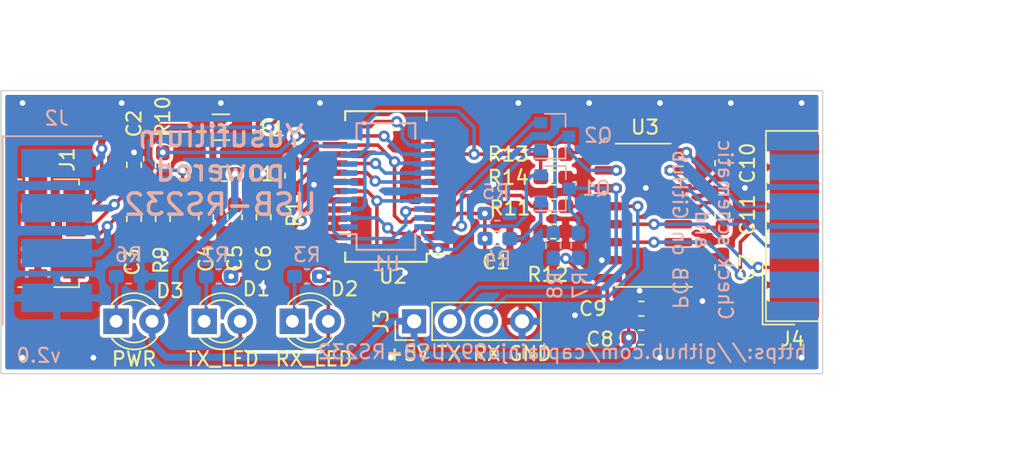
<source format=kicad_pcb>
(kicad_pcb (version 20171130) (host pcbnew 5.1.5+dfsg1-2build2)
  (layers (0 F.Cu signal) (31 B.Cu signal) (34 B.Paste user hide) (35 F.Paste user hide) (36 B.SilkS user) (37 F.SilkS user) (38 B.Mask user hide) (39 F.Mask user hide) (44 Edge.Cuts user))
  (net 0 "")
  (net 1 VBUS)
  (net 2 GND)
  (net 3 /VCCIO)
  (net 4 "Net-(C4-Pad1)")
  (net 5 "Net-(C11-Pad1)")
  (net 6 "Net-(D1-Pad1)")
  (net 7 "Net-(D2-Pad1)")
  (net 8 "Net-(D3-Pad1)")
  (net 9 "Net-(J1-Pad4)")
  (net 10 TX_5V)
  (net 11 RX_5V)
  (net 12 RX_RS232)
  (net 13 TX_RS232)
  (net 14 RTS#_RS232)
  (net 15 CTS#_RS232)
  (net 16 TX)
  (net 17 "Net-(Q1-Pad1)")
  (net 18 "Net-(Q2-Pad1)")
  (net 19 RTS#)
  (net 20 RTS#_5V)
  (net 21 /RESET)
  (net 22 TX_LED)
  (net 23 RX_LED)
  (net 24 USB_D+)
  (net 25 USB_D-)
  (net 26 RX)
  (net 27 CTS#)
  (net 28 CTS#_5V)
  (net 29 "Net-(U1-Pad1)")
  (net 30 "Net-(U1-Pad5)")
  (net 31 "Net-(U1-Pad7)")
  (net 32 "Net-(U1-Pad8)")
  (net 33 "Net-(U1-Pad18)")
  (net 34 "Net-(U1-Pad19)")
  (net 35 "Net-(U2-Pad2)")
  (net 36 "Net-(U2-Pad6)")
  (net 37 "Net-(U2-Pad9)")
  (net 38 "Net-(U2-Pad10)")
  (net 39 "Net-(U2-Pad12)")
  (net 40 "Net-(U2-Pad13)")
  (net 41 "Net-(U2-Pad14)")
  (net 42 "Net-(U2-Pad27)")
  (net 43 "Net-(U2-Pad28)")
  (net 44 /D-)
  (net 45 /D+)
  (net 46 "Net-(C7-Pad1)")
  (net 47 "Net-(C7-Pad2)")
  (net 48 "Net-(C9-Pad2)")
  (net 49 "Net-(C10-Pad1)")
  (net 50 "Net-(C11-Pad2)")
  (net 51 /VUSB)
  (net 52 "Net-(J4-Pad1)")
  (net 53 "Net-(J4-Pad4)")
  (net 54 "Net-(J4-Pad6)")
  (net 55 "Net-(J4-Pad9)")
  (module Package_SO:SOIC-16_3.9x9.9mm_P1.27mm (layer F.Cu) (at 165.814 104.934 180)
    (fp_text reference U3 (at -0.127 6.223) (layer F.SilkS))
    (fp_text value MAX202)
    (pad 1 smd roundrect (at -2.475 -4.445 180) (size 1.95 0.6) (layers F.Cu F.Paste F.Mask) (net 46 "Net-(C7-Pad1)"))
    (pad 2 smd roundrect (at -2.475 -3.175 180) (size 1.95 0.6) (layers F.Cu F.Paste F.Mask) (net 48 "Net-(C9-Pad2)"))
    (pad 3 smd roundrect (at -2.475 -1.905 180) (size 1.95 0.6) (layers F.Cu F.Paste F.Mask) (net 47 "Net-(C7-Pad2)"))
    (pad 4 smd roundrect (at -2.475 -0.635 180) (size 1.95 0.6) (layers F.Cu F.Paste F.Mask) (net 5 "Net-(C11-Pad1)"))
    (pad 5 smd roundrect (at -2.475 0.635 180) (size 1.95 0.6) (layers F.Cu F.Paste F.Mask) (net 50 "Net-(C11-Pad2)"))
    (pad 6 smd roundrect (at -2.475 1.905 180) (size 1.95 0.6) (layers F.Cu F.Paste F.Mask) (net 49 "Net-(C10-Pad1)"))
    (pad 7 smd roundrect (at -2.475 3.175 180) (size 1.95 0.6) (layers F.Cu F.Paste F.Mask) (net 14 RTS#_RS232))
    (pad 8 smd roundrect (at -2.475 4.445 180) (size 1.95 0.6) (layers F.Cu F.Paste F.Mask) (net 15 CTS#_RS232))
    (pad 9 smd roundrect (at 2.475 4.445 180) (size 1.95 0.6) (layers F.Cu F.Paste F.Mask) (net 28 CTS#_5V))
    (pad 10 smd roundrect (at 2.475 3.175 180) (size 1.95 0.6) (layers F.Cu F.Paste F.Mask) (net 20 RTS#_5V))
    (pad 11 smd roundrect (at 2.475 1.905 180) (size 1.95 0.6) (layers F.Cu F.Paste F.Mask) (net 10 TX_5V))
    (pad 12 smd roundrect (at 2.475 0.635 180) (size 1.95 0.6) (layers F.Cu F.Paste F.Mask) (net 11 RX_5V))
    (pad 13 smd roundrect (at 2.475 -0.635 180) (size 1.95 0.6) (layers F.Cu F.Paste F.Mask) (net 12 RX_RS232))
    (pad 14 smd roundrect (at 2.475 -1.905 180) (size 1.95 0.6) (layers F.Cu F.Paste F.Mask) (net 13 TX_RS232))
    (pad 15 smd roundrect (at 2.475 -3.175 180) (size 1.95 0.6) (layers F.Cu F.Paste F.Mask) (net 2 GND))
    (pad 16 smd roundrect (at 2.475 -4.445 180) (size 1.95 0.6) (layers F.Cu F.Paste F.Mask) (net 1 VBUS))
  )
  (module Capacitor_SMD:C_0603_1608Metric_Pad1.05x0.95mm_HandSolder (layer F.Cu) (at 171.402 101.251 90)
    (fp_text reference C10 (at 0 1.778 90) (layer F.SilkS))
    (fp_text value 100n)
    (pad 1 smd roundrect (at -0.875 0 90) (size 1.05 0.95) (layers F.Cu F.Paste F.Mask) (net 49 "Net-(C10-Pad1)"))
    (pad 2 smd roundrect (at 0.875 0 90) (size 1.05 0.95) (layers F.Cu F.Paste F.Mask) (net 2 GND))
  )
  (module Capacitor_SMD:C_0603_1608Metric_Pad1.05x0.95mm_HandSolder (layer F.Cu) (at 165.673 113.57 180)
    (fp_text reference C8 (at 2.907 -0.127) (layer F.SilkS))
    (fp_text value 1u)
    (pad 1 smd roundrect (at -0.875 0 180) (size 1.05 0.95) (layers F.Cu F.Paste F.Mask) (net 2 GND))
    (pad 2 smd roundrect (at 0.875 0 180) (size 1.05 0.95) (layers F.Cu F.Paste F.Mask) (net 1 VBUS))
  )
  (module Capacitor_SMD:C_0603_1608Metric_Pad1.05x0.95mm_HandSolder (layer F.Cu) (at 171.402 104.92 90)
    (fp_text reference C11 (at 0 1.778 90) (layer F.SilkS))
    (fp_text value 100n)
    (pad 2 smd roundrect (at 0.875 0 90) (size 1.05 0.95) (layers F.Cu F.Paste F.Mask) (net 50 "Net-(C11-Pad2)"))
    (pad 1 smd roundrect (at -0.875 0 90) (size 1.05 0.95) (layers F.Cu F.Paste F.Mask) (net 5 "Net-(C11-Pad1)"))
  )
  (module Capacitor_SMD:C_0603_1608Metric_Pad1.05x0.95mm_HandSolder (layer F.Cu) (at 165.687 111.538)
    (fp_text reference C9 (at -3.429 0) (layer F.SilkS))
    (fp_text value 100n)
    (pad 2 smd roundrect (at 0.875 0) (size 1.05 0.95) (layers F.Cu F.Paste F.Mask) (net 48 "Net-(C9-Pad2)"))
    (pad 1 smd roundrect (at -0.875 0) (size 1.05 0.95) (layers F.Cu F.Paste F.Mask) (net 1 VBUS))
  )
  (module Capacitor_SMD:C_0603_1608Metric_Pad1.05x0.95mm_HandSolder (layer F.Cu) (at 171.402 108.617 90)
    (fp_text reference C7 (at 0 1.778 90) (layer F.SilkS))
    (fp_text value 100n)
    (pad 1 smd roundrect (at -0.875 0 90) (size 1.05 0.95) (layers F.Cu F.Paste F.Mask) (net 46 "Net-(C7-Pad1)"))
    (pad 2 smd roundrect (at 0.875 0 90) (size 1.05 0.95) (layers F.Cu F.Paste F.Mask) (net 47 "Net-(C7-Pad2)"))
  )
  (module Connector_PinHeader_2.54mm:PinHeader_1x04_P2.54mm_Vertical (layer F.Cu) (at 149.643 112.427 90)
    (fp_text reference J3 (at 0 -2.33 90) (layer F.SilkS))
    (fp_text value Conn_01x04)
    (pad 1 thru_hole rect (at 0 0 90) (size 1.7 1.7) (drill 1) (layers *.Cu *.Mask) (net 1 VBUS))
    (pad 2 thru_hole oval (at 0 2.54 90) (size 1.7 1.7) (drill 1) (layers *.Cu *.Mask) (net 10 TX_5V))
    (pad 3 thru_hole oval (at 0 5.08 90) (size 1.7 1.7) (drill 1) (layers *.Cu *.Mask) (net 11 RX_5V))
    (pad 4 thru_hole oval (at 0 7.62 90) (size 1.7 1.7) (drill 1) (layers *.Cu *.Mask) (net 2 GND))
  )
  (module Connector_USB:USB_Micro-B_Molex_47346-0001 (layer F.Cu) (at 124.285 106.204 270)
    (fp_text reference J1 (at -5.207 -0.867 270) (layer F.SilkS))
    (fp_text value USB_B_Micro)
    (pad 1 smd rect (at -1.3 -1.46 270) (size 0.45 1.38) (layers F.Cu F.Paste F.Mask) (net 51 /VUSB))
    (pad 2 smd rect (at -0.65 -1.46 270) (size 0.45 1.38) (layers F.Cu F.Paste F.Mask) (net 44 /D-))
    (pad 3 smd rect (at 0 -1.46 270) (size 0.45 1.38) (layers F.Cu F.Paste F.Mask) (net 45 /D+))
    (pad 4 smd rect (at 0.65 -1.46 270) (size 0.45 1.38) (layers F.Cu F.Paste F.Mask) (net 9 "Net-(J1-Pad4)"))
    (pad 5 smd rect (at 1.3 -1.46 270) (size 0.45 1.38) (layers F.Cu F.Paste F.Mask) (net 2 GND))
    (pad 6 smd rect (at -2.4875 -1.375 270) (size 1.425 1.55) (layers F.Cu F.Paste F.Mask) (net 2 GND))
    (pad 6 smd rect (at 2.4875 -1.375 270) (size 1.425 1.55) (layers F.Cu F.Paste F.Mask) (net 2 GND))
    (pad 6 smd rect (at -3.375 1.2 270) (size 1.65 1.3) (layers F.Cu F.Paste F.Mask) (net 2 GND))
    (pad 6 smd rect (at 3.375 1.2 270) (size 1.65 1.3) (layers F.Cu F.Paste F.Mask) (net 2 GND))
    (pad 6 smd rect (at -1.15 1.2 270) (size 1.8 1.9) (layers F.Cu F.Paste F.Mask) (net 2 GND))
    (pad 6 smd rect (at 1.55 1.2 270) (size 1 1.9) (layers F.Cu F.Paste F.Mask) (net 2 GND))
  )
  (module Package_SO:SSOP-20_3.9x8.7mm_P0.635mm (layer B.Cu) (at 147.653 102.902)
    (fp_text reference U1 (at 0 5.461) (layer B.SilkS) (effects (justify mirror)))
    (fp_text value FT231XS)
    (pad 1 smd rect (at -2.6 2.8575) (size 1.2 0.4) (layers B.Cu B.Paste B.Mask) (net 29 "Net-(U1-Pad1)"))
    (pad 2 smd rect (at -2.6 2.2225) (size 1.2 0.4) (layers B.Cu B.Paste B.Mask) (net 19 RTS#))
    (pad 3 smd rect (at -2.6 1.5875) (size 1.2 0.4) (layers B.Cu B.Paste B.Mask) (net 3 /VCCIO))
    (pad 4 smd rect (at -2.6 0.9525) (size 1.2 0.4) (layers B.Cu B.Paste B.Mask) (net 26 RX))
    (pad 5 smd rect (at -2.6 0.3175) (size 1.2 0.4) (layers B.Cu B.Paste B.Mask) (net 30 "Net-(U1-Pad5)"))
    (pad 6 smd rect (at -2.6 -0.3175) (size 1.2 0.4) (layers B.Cu B.Paste B.Mask) (net 2 GND))
    (pad 7 smd rect (at -2.6 -0.9525) (size 1.2 0.4) (layers B.Cu B.Paste B.Mask) (net 31 "Net-(U1-Pad7)"))
    (pad 8 smd rect (at -2.6 -1.5875) (size 1.2 0.4) (layers B.Cu B.Paste B.Mask) (net 32 "Net-(U1-Pad8)"))
    (pad 9 smd rect (at -2.6 -2.2225) (size 1.2 0.4) (layers B.Cu B.Paste B.Mask) (net 27 CTS#))
    (pad 10 smd rect (at -2.6 -2.8575) (size 1.2 0.4) (layers B.Cu B.Paste B.Mask) (net 22 TX_LED))
    (pad 11 smd rect (at 2.6 -2.8575) (size 1.2 0.4) (layers B.Cu B.Paste B.Mask) (net 24 USB_D+))
    (pad 12 smd rect (at 2.6 -2.2225) (size 1.2 0.4) (layers B.Cu B.Paste B.Mask) (net 25 USB_D-))
    (pad 13 smd rect (at 2.6 -1.5875) (size 1.2 0.4) (layers B.Cu B.Paste B.Mask) (net 3 /VCCIO))
    (pad 14 smd rect (at 2.6 -0.9525) (size 1.2 0.4) (layers B.Cu B.Paste B.Mask) (net 21 /RESET))
    (pad 15 smd rect (at 2.6 -0.3175) (size 1.2 0.4) (layers B.Cu B.Paste B.Mask) (net 1 VBUS))
    (pad 16 smd rect (at 2.6 0.3175) (size 1.2 0.4) (layers B.Cu B.Paste B.Mask) (net 2 GND))
    (pad 17 smd rect (at 2.6 0.9525) (size 1.2 0.4) (layers B.Cu B.Paste B.Mask) (net 23 RX_LED))
    (pad 18 smd rect (at 2.6 1.5875) (size 1.2 0.4) (layers B.Cu B.Paste B.Mask) (net 33 "Net-(U1-Pad18)"))
    (pad 19 smd rect (at 2.6 2.2225) (size 1.2 0.4) (layers B.Cu B.Paste B.Mask) (net 34 "Net-(U1-Pad19)"))
    (pad 20 smd rect (at 2.6 2.8575) (size 1.2 0.4) (layers B.Cu B.Paste B.Mask) (net 16 TX))
  )
  (module Capacitor_SMD:C_0603_1608Metric_Pad1.05x0.95mm_HandSolder (layer F.Cu) (at 155.527 106.585)
    (fp_text reference C1 (at -0.113 1.651) (layer F.SilkS))
    (fp_text value 100n)
    (pad 2 smd roundrect (at 0.875 0) (size 1.05 0.95) (layers F.Cu F.Paste F.Mask) (net 2 GND))
    (pad 1 smd roundrect (at -0.875 0) (size 1.05 0.95) (layers F.Cu F.Paste F.Mask) (net 3 /VCCIO))
  )
  (module Capacitor_SMD:C_0603_1608Metric_Pad1.05x0.95mm_HandSolder (layer F.Cu) (at 129.873 101.378 90)
    (fp_text reference C2 (at 2.921 0 90) (layer F.SilkS))
    (fp_text value 47p)
    (pad 2 smd roundrect (at 0.875 0 90) (size 1.05 0.95) (layers F.Cu F.Paste F.Mask) (net 2 GND))
    (pad 1 smd roundrect (at -0.875 0 90) (size 1.05 0.95) (layers F.Cu F.Paste F.Mask) (net 44 /D-))
  )
  (module Capacitor_SMD:C_0603_1608Metric_Pad1.05x0.95mm_HandSolder (layer F.Cu) (at 129.873 105.188 270)
    (fp_text reference C3 (at 3.048 0.127 270) (layer F.SilkS))
    (fp_text value 47p)
    (pad 1 smd roundrect (at -0.875 0 270) (size 1.05 0.95) (layers F.Cu F.Paste F.Mask) (net 45 /D+))
    (pad 2 smd roundrect (at 0.875 0 270) (size 1.05 0.95) (layers F.Cu F.Paste F.Mask) (net 2 GND))
  )
  (module Capacitor_SMD:C_0603_1608Metric_Pad1.05x0.95mm_HandSolder (layer F.Cu) (at 134.953 105.075 270)
    (fp_text reference C4 (at 2.907 0 90) (layer F.SilkS))
    (fp_text value 100n)
    (pad 2 smd roundrect (at 0.875 0 270) (size 1.05 0.95) (layers F.Cu F.Paste F.Mask) (net 2 GND))
    (pad 1 smd roundrect (at -0.875 0 270) (size 1.05 0.95) (layers F.Cu F.Paste F.Mask) (net 4 "Net-(C4-Pad1)"))
  )
  (module Capacitor_SMD:C_0603_1608Metric_Pad1.05x0.95mm_HandSolder (layer F.Cu) (at 136.985 105.075 270)
    (fp_text reference C5 (at 2.907 0 90) (layer F.SilkS))
    (fp_text value 100n)
    (pad 1 smd roundrect (at -0.875 0 270) (size 1.05 0.95) (layers F.Cu F.Paste F.Mask) (net 1 VBUS))
    (pad 2 smd roundrect (at 0.875 0 270) (size 1.05 0.95) (layers F.Cu F.Paste F.Mask) (net 2 GND))
  )
  (module Capacitor_SMD:C_0603_1608Metric_Pad1.05x0.95mm_HandSolder (layer F.Cu) (at 139.017 105.075 270)
    (fp_text reference C6 (at 2.907 0 90) (layer F.SilkS))
    (fp_text value 1u)
    (pad 2 smd roundrect (at 0.875 0 270) (size 1.05 0.95) (layers F.Cu F.Paste F.Mask) (net 2 GND))
    (pad 1 smd roundrect (at -0.875 0 270) (size 1.05 0.95) (layers F.Cu F.Paste F.Mask) (net 1 VBUS))
  )
  (module LED_THT:LED_D3.0mm (layer F.Cu) (at 134.826 112.427)
    (fp_text reference D1 (at 3.683 -2.286) (layer F.SilkS))
    (fp_text value LED)
    (pad 1 thru_hole rect (at 0 0) (size 1.8 1.8) (drill 0.9) (layers *.Cu *.Mask) (net 6 "Net-(D1-Pad1)"))
    (pad 2 thru_hole circle (at 2.54 0) (size 1.8 1.8) (drill 0.9) (layers *.Cu *.Mask) (net 3 /VCCIO))
  )
  (module LED_THT:LED_D3.0mm (layer F.Cu) (at 141.049 112.427)
    (fp_text reference D2 (at 3.683 -2.286) (layer F.SilkS))
    (fp_text value LED)
    (pad 2 thru_hole circle (at 2.54 0) (size 1.8 1.8) (drill 0.9) (layers *.Cu *.Mask) (net 3 /VCCIO))
    (pad 1 thru_hole rect (at 0 0) (size 1.8 1.8) (drill 0.9) (layers *.Cu *.Mask) (net 7 "Net-(D2-Pad1)"))
  )
  (module LED_THT:LED_D3.0mm (layer F.Cu) (at 128.603 112.427)
    (fp_text reference D3 (at 3.81 -2.159) (layer F.SilkS))
    (fp_text value LED)
    (pad 1 thru_hole rect (at 0 0) (size 1.8 1.8) (drill 0.9) (layers *.Cu *.Mask) (net 8 "Net-(D3-Pad1)"))
    (pad 2 thru_hole circle (at 2.54 0) (size 1.8 1.8) (drill 0.9) (layers *.Cu *.Mask) (net 1 VBUS))
  )
  (module Fuse:Fuse_1206_3216Metric_Pad1.42x1.75mm_HandSolder (layer F.Cu) (at 136.0055 98.711 180)
    (fp_text reference F1 (at -3.6465 -0.127) (layer F.SilkS))
    (fp_text value 1A)
    (pad 1 smd roundrect (at -1.4875 0 180) (size 1.425 1.75) (layers F.Cu F.Paste F.Mask) (roundrect_rratio 0.175439) (net 4 "Net-(C4-Pad1)"))
    (pad 2 smd roundrect (at 1.4875 0 180) (size 1.425 1.75) (layers F.Cu F.Paste F.Mask) (roundrect_rratio 0.175439) (net 51 /VUSB))
  )
  (module Connector_Dsub:DSUB-9_Male_EdgeMount_P2.77mm (layer F.Cu) (at 176.484 105.696 90)
    (fp_text reference J4 (at -8.001 -0.129 180) (layer F.SilkS))
    (fp_text value DB9_Male)
    (pad 1 smd rect (at -5.54 0 90) (size 1.846667 3.48) (layers F.Cu F.Paste F.Mask) (net 52 "Net-(J4-Pad1)"))
    (pad 2 smd rect (at -2.77 0 90) (size 1.846667 3.48) (layers F.Cu F.Paste F.Mask) (net 12 RX_RS232))
    (pad 3 smd rect (at 0 0 90) (size 1.846667 3.48) (layers F.Cu F.Paste F.Mask) (net 13 TX_RS232))
    (pad 4 smd rect (at 2.77 0 90) (size 1.846667 3.48) (layers F.Cu F.Paste F.Mask) (net 53 "Net-(J4-Pad4)"))
    (pad 5 smd rect (at 5.54 0 90) (size 1.846667 3.48) (layers F.Cu F.Paste F.Mask) (net 2 GND))
    (pad 6 smd rect (at -4.155 0 90) (size 1.846667 3.48) (layers B.Cu B.Paste B.Mask) (net 54 "Net-(J4-Pad6)"))
    (pad 7 smd rect (at -1.385 0 90) (size 1.846667 3.48) (layers B.Cu B.Paste B.Mask) (net 14 RTS#_RS232))
    (pad 8 smd rect (at 1.385 0 90) (size 1.846667 3.48) (layers B.Cu B.Paste B.Mask) (net 15 CTS#_RS232))
    (pad 9 smd rect (at 4.155 0 90) (size 1.846667 3.48) (layers B.Cu B.Paste B.Mask) (net 55 "Net-(J4-Pad9)"))
  )
  (module Package_TO_SOT_SMD:SOT-23 (layer B.Cu) (at 159.591 103.029)
    (fp_text reference Q1 (at 2.921 0) (layer B.SilkS) (effects (justify mirror)))
    (fp_text value BC849)
    (pad 3 smd rect (at 1 0) (size 0.9 0.8) (layers B.Cu B.Paste B.Mask) (net 10 TX_5V))
    (pad 2 smd rect (at -1 -0.95) (size 0.9 0.8) (layers B.Cu B.Paste B.Mask) (net 16 TX))
    (pad 1 smd rect (at -1 0.95) (size 0.9 0.8) (layers B.Cu B.Paste B.Mask) (net 17 "Net-(Q1-Pad1)"))
  )
  (module Package_TO_SOT_SMD:SOT-23 (layer B.Cu) (at 159.575 99.346)
    (fp_text reference Q2 (at 3.064 -0.061) (layer B.SilkS) (effects (justify mirror)))
    (fp_text value BC849)
    (pad 1 smd rect (at -1 0.95) (size 0.9 0.8) (layers B.Cu B.Paste B.Mask) (net 18 "Net-(Q2-Pad1)"))
    (pad 2 smd rect (at -1 -0.95) (size 0.9 0.8) (layers B.Cu B.Paste B.Mask) (net 19 RTS#))
    (pad 3 smd rect (at 1 0) (size 0.9 0.8) (layers B.Cu B.Paste B.Mask) (net 20 RTS#_5V))
  )
  (module Resistor_SMD:R_0603_1608Metric_Pad1.05x0.95mm_HandSolder (layer F.Cu) (at 141.049 102.14 270)
    (fp_text reference R1 (at 2.667 -0.127 90) (layer F.SilkS))
    (fp_text value 10k)
    (pad 2 smd roundrect (at 0.875 0 270) (size 1.05 0.95) (layers F.Cu F.Paste F.Mask) (net 1 VBUS))
    (pad 1 smd roundrect (at -0.875 0 270) (size 1.05 0.95) (layers F.Cu F.Paste F.Mask) (net 21 /RESET))
  )
  (module Resistor_SMD:R_0603_1608Metric_Pad1.05x0.95mm_HandSolder (layer B.Cu) (at 135.842 109.252)
    (fp_text reference R2 (at -0.254 -1.524) (layer B.SilkS) (effects (justify mirror)))
    (fp_text value 1k5)
    (pad 1 smd roundrect (at -0.875 0) (size 1.05 0.95) (layers B.Cu B.Paste B.Mask) (net 6 "Net-(D1-Pad1)"))
    (pad 2 smd roundrect (at 0.875 0) (size 1.05 0.95) (layers B.Cu B.Paste B.Mask) (net 22 TX_LED))
  )
  (module Resistor_SMD:R_0603_1608Metric_Pad1.05x0.95mm_HandSolder (layer B.Cu) (at 142.079 109.252)
    (fp_text reference R3 (at 0 -1.524) (layer B.SilkS) (effects (justify mirror)))
    (fp_text value 3k)
    (pad 2 smd roundrect (at 0.875 0) (size 1.05 0.95) (layers B.Cu B.Paste B.Mask) (net 23 RX_LED))
    (pad 1 smd roundrect (at -0.875 0) (size 1.05 0.95) (layers B.Cu B.Paste B.Mask) (net 7 "Net-(D2-Pad1)"))
  )
  (module Resistor_SMD:R_0603_1608Metric_Pad1.05x0.95mm_HandSolder (layer B.Cu) (at 155.527 106.585)
    (fp_text reference R4 (at 0 1.43 180) (layer B.SilkS) (effects (justify mirror)))
    (fp_text value 10k)
    (pad 2 smd roundrect (at 0.875 0) (size 1.05 0.95) (layers B.Cu B.Paste B.Mask) (net 17 "Net-(Q1-Pad1)"))
    (pad 1 smd roundrect (at -0.875 0) (size 1.05 0.95) (layers B.Cu B.Paste B.Mask) (net 3 /VCCIO))
  )
  (module Resistor_SMD:R_0603_1608Metric_Pad1.05x0.95mm_HandSolder (layer B.Cu) (at 155.513 104.807)
    (fp_text reference R5 (at -0.113 -1.524) (layer B.SilkS) (effects (justify mirror)))
    (fp_text value 10k)
    (pad 1 smd roundrect (at -0.875 0) (size 1.05 0.95) (layers B.Cu B.Paste B.Mask) (net 3 /VCCIO))
    (pad 2 smd roundrect (at 0.875 0) (size 1.05 0.95) (layers B.Cu B.Paste B.Mask) (net 18 "Net-(Q2-Pad1)"))
  )
  (module Resistor_SMD:R_0603_1608Metric_Pad1.05x0.95mm_HandSolder (layer B.Cu) (at 129.492 109.252)
    (fp_text reference R6 (at 0 -1.524) (layer B.SilkS) (effects (justify mirror)))
    (fp_text value 220R)
    (pad 2 smd roundrect (at 0.875 0) (size 1.05 0.95) (layers B.Cu B.Paste B.Mask) (net 2 GND))
    (pad 1 smd roundrect (at -0.875 0) (size 1.05 0.95) (layers B.Cu B.Paste B.Mask) (net 8 "Net-(D3-Pad1)"))
  )
  (module Resistor_SMD:R_0603_1608Metric_Pad1.05x0.95mm_HandSolder (layer B.Cu) (at 161.242 107.079 90)
    (fp_text reference R7 (at -2.794 0.127 270) (layer B.SilkS) (effects (justify mirror)))
    (fp_text value 10k)
    (pad 2 smd roundrect (at 0.875 0 90) (size 1.05 0.95) (layers B.Cu B.Paste B.Mask) (net 10 TX_5V))
    (pad 1 smd roundrect (at -0.875 0 90) (size 1.05 0.95) (layers B.Cu B.Paste B.Mask) (net 1 VBUS))
  )
  (module Resistor_SMD:R_0603_1608Metric_Pad1.05x0.95mm_HandSolder (layer B.Cu) (at 159.464 107.093 90)
    (fp_text reference R8 (at -2.794 0.127 90) (layer B.SilkS) (effects (justify mirror)))
    (fp_text value 10k)
    (pad 1 smd roundrect (at -0.875 0 90) (size 1.05 0.95) (layers B.Cu B.Paste B.Mask) (net 1 VBUS))
    (pad 2 smd roundrect (at 0.875 0 90) (size 1.05 0.95) (layers B.Cu B.Paste B.Mask) (net 20 RTS#_5V))
  )
  (module Resistor_SMD:R_0603_1608Metric_Pad1.05x0.95mm_HandSolder (layer F.Cu) (at 131.905 105.188 90)
    (fp_text reference R9 (at -2.921 -0.127 90) (layer F.SilkS))
    (fp_text value 27R)
    (pad 2 smd roundrect (at 0.875 0 90) (size 1.05 0.95) (layers F.Cu F.Paste F.Mask) (net 45 /D+))
    (pad 1 smd roundrect (at -0.875 0 90) (size 1.05 0.95) (layers F.Cu F.Paste F.Mask) (net 24 USB_D+))
  )
  (module Resistor_SMD:R_0603_1608Metric_Pad1.05x0.95mm_HandSolder (layer F.Cu) (at 131.905 101.392 270)
    (fp_text reference R10 (at -3.429 0 270) (layer F.SilkS))
    (fp_text value 27R)
    (pad 1 smd roundrect (at -0.875 0 270) (size 1.05 0.95) (layers F.Cu F.Paste F.Mask) (net 25 USB_D-))
    (pad 2 smd roundrect (at 0.875 0 270) (size 1.05 0.95) (layers F.Cu F.Paste F.Mask) (net 44 /D-))
  )
  (module Resistor_SMD:R_0603_1608Metric_Pad1.05x0.95mm_HandSolder (layer F.Cu) (at 159.464 104.299 180)
    (fp_text reference R11 (at 3.048 -0.127) (layer F.SilkS))
    (fp_text value 1k)
    (pad 1 smd roundrect (at -0.875 0 180) (size 1.05 0.95) (layers F.Cu F.Paste F.Mask) (net 11 RX_5V))
    (pad 2 smd roundrect (at 0.875 0 180) (size 1.05 0.95) (layers F.Cu F.Paste F.Mask) (net 26 RX))
  )
  (module Resistor_SMD:R_0603_1608Metric_Pad1.05x0.95mm_HandSolder (layer F.Cu) (at 159.464 106.077)
    (fp_text reference R12 (at -0.381 3.048) (layer F.SilkS))
    (fp_text value 2k)
    (pad 1 smd roundrect (at -0.875 0) (size 1.05 0.95) (layers F.Cu F.Paste F.Mask) (net 26 RX))
    (pad 2 smd roundrect (at 0.875 0) (size 1.05 0.95) (layers F.Cu F.Paste F.Mask) (net 2 GND))
  )
  (module Resistor_SMD:R_0603_1608Metric_Pad1.05x0.95mm_HandSolder (layer F.Cu) (at 159.464 100.616 180)
    (fp_text reference R13 (at 3.175 0) (layer F.SilkS))
    (fp_text value 1k)
    (pad 2 smd roundrect (at 0.875 0 180) (size 1.05 0.95) (layers F.Cu F.Paste F.Mask) (net 27 CTS#))
    (pad 1 smd roundrect (at -0.875 0 180) (size 1.05 0.95) (layers F.Cu F.Paste F.Mask) (net 28 CTS#_5V))
  )
  (module Resistor_SMD:R_0603_1608Metric_Pad1.05x0.95mm_HandSolder (layer F.Cu) (at 159.464 102.267)
    (fp_text reference R14 (at -3.175 0) (layer F.SilkS))
    (fp_text value 2k)
    (pad 1 smd roundrect (at -0.875 0) (size 1.05 0.95) (layers F.Cu F.Paste F.Mask) (net 27 CTS#))
    (pad 2 smd roundrect (at 0.875 0) (size 1.05 0.95) (layers F.Cu F.Paste F.Mask) (net 2 GND))
  )
  (module Package_SO:SSOP-28_5.3x10.2mm_P0.65mm (layer F.Cu) (at 147.653 102.902 180)
    (fp_text reference U2 (at -0.508 -6.35) (layer F.SilkS))
    (fp_text value FT232RL)
    (pad 1 smd rect (at -3.6 -4.225 180) (size 1.75 0.45) (layers F.Cu F.Paste F.Mask) (net 16 TX))
    (pad 2 smd rect (at -3.6 -3.575 180) (size 1.75 0.45) (layers F.Cu F.Paste F.Mask) (net 35 "Net-(U2-Pad2)"))
    (pad 3 smd rect (at -3.6 -2.925 180) (size 1.75 0.45) (layers F.Cu F.Paste F.Mask) (net 19 RTS#))
    (pad 4 smd rect (at -3.6 -2.275 180) (size 1.75 0.45) (layers F.Cu F.Paste F.Mask) (net 3 /VCCIO))
    (pad 5 smd rect (at -3.6 -1.625 180) (size 1.75 0.45) (layers F.Cu F.Paste F.Mask) (net 26 RX))
    (pad 6 smd rect (at -3.6 -0.975 180) (size 1.75 0.45) (layers F.Cu F.Paste F.Mask) (net 36 "Net-(U2-Pad6)"))
    (pad 7 smd rect (at -3.6 -0.325 180) (size 1.75 0.45) (layers F.Cu F.Paste F.Mask) (net 2 GND))
    (pad 8 smd rect (at -3.6 0.325 180) (size 1.75 0.45) (layers F.Cu F.Paste F.Mask))
    (pad 9 smd rect (at -3.6 0.975 180) (size 1.75 0.45) (layers F.Cu F.Paste F.Mask) (net 37 "Net-(U2-Pad9)"))
    (pad 10 smd rect (at -3.6 1.625 180) (size 1.75 0.45) (layers F.Cu F.Paste F.Mask) (net 38 "Net-(U2-Pad10)"))
    (pad 11 smd rect (at -3.6 2.275 180) (size 1.75 0.45) (layers F.Cu F.Paste F.Mask) (net 27 CTS#))
    (pad 12 smd rect (at -3.6 2.925 180) (size 1.75 0.45) (layers F.Cu F.Paste F.Mask) (net 39 "Net-(U2-Pad12)"))
    (pad 13 smd rect (at -3.6 3.575 180) (size 1.75 0.45) (layers F.Cu F.Paste F.Mask) (net 40 "Net-(U2-Pad13)"))
    (pad 14 smd rect (at -3.6 4.225 180) (size 1.75 0.45) (layers F.Cu F.Paste F.Mask) (net 41 "Net-(U2-Pad14)"))
    (pad 15 smd rect (at 3.6 4.225 180) (size 1.75 0.45) (layers F.Cu F.Paste F.Mask) (net 24 USB_D+))
    (pad 16 smd rect (at 3.6 3.575 180) (size 1.75 0.45) (layers F.Cu F.Paste F.Mask) (net 25 USB_D-))
    (pad 17 smd rect (at 3.6 2.925 180) (size 1.75 0.45) (layers F.Cu F.Paste F.Mask) (net 3 /VCCIO))
    (pad 18 smd rect (at 3.6 2.275 180) (size 1.75 0.45) (layers F.Cu F.Paste F.Mask) (net 2 GND))
    (pad 19 smd rect (at 3.6 1.625 180) (size 1.75 0.45) (layers F.Cu F.Paste F.Mask) (net 21 /RESET))
    (pad 20 smd rect (at 3.6 0.975 180) (size 1.75 0.45) (layers F.Cu F.Paste F.Mask) (net 1 VBUS))
    (pad 21 smd rect (at 3.6 0.325 180) (size 1.75 0.45) (layers F.Cu F.Paste F.Mask) (net 2 GND))
    (pad 22 smd rect (at 3.6 -0.325 180) (size 1.75 0.45) (layers F.Cu F.Paste F.Mask) (net 23 RX_LED))
    (pad 23 smd rect (at 3.6 -0.975 180) (size 1.75 0.45) (layers F.Cu F.Paste F.Mask) (net 22 TX_LED))
    (pad 24 smd rect (at 3.6 -1.625 180) (size 1.75 0.45) (layers F.Cu F.Paste F.Mask))
    (pad 25 smd rect (at 3.6 -2.275 180) (size 1.75 0.45) (layers F.Cu F.Paste F.Mask) (net 2 GND))
    (pad 26 smd rect (at 3.6 -2.925 180) (size 1.75 0.45) (layers F.Cu F.Paste F.Mask) (net 2 GND))
    (pad 27 smd rect (at 3.6 -3.575 180) (size 1.75 0.45) (layers F.Cu F.Paste F.Mask) (net 42 "Net-(U2-Pad27)"))
    (pad 28 smd rect (at 3.6 -4.225 180) (size 1.75 0.45) (layers F.Cu F.Paste F.Mask) (net 43 "Net-(U2-Pad28)"))
  )
  (module Yusuf-footprints:WireHeader_1x4 (layer B.Cu) (at 124.412 106.331 180)
    (fp_text reference J2 (at 0 8.255) (layer B.SilkS) (effects (justify mirror)))
    (fp_text value Conn_01x04)
    (pad 2 smd rect (at 0 1.905 180) (size 5 2) (layers B.Cu B.Paste B.Mask) (net 44 /D-))
    (pad 1 smd rect (at 0 5.08 180) (size 5 2) (layers B.Cu B.Paste B.Mask) (net 51 /VUSB))
    (pad 3 smd rect (at 0 -1.27 180) (size 5 2) (layers B.Cu B.Paste B.Mask) (net 45 /D+))
    (pad 4 smd rect (at 0 -4.445 180) (size 5 2) (layers B.Cu B.Paste B.Mask) (net 2 GND))
  )
  (module Inductor_SMD:L_0603_1608Metric (layer F.Cu) (at 136.223 102.013)
    (fp_text reference L1 (at 2.667 0) (layer F.SilkS))
    (fp_text value 220R)
    (pad 1 smd roundrect (at -0.7875 0) (size 0.875 0.95) (layers F.Cu F.Paste F.Mask) (net 4 "Net-(C4-Pad1)"))
    (pad 2 smd roundrect (at 0.7875 0) (size 0.875 0.95) (layers F.Cu F.Paste F.Mask) (net 1 VBUS))
  )
  (gr_text v2.0 (at 123.142 114.84) (layer B.SilkS) (effects (font (size 1 1)) (justify mirror)))
  (gr_text https://github.com/captainjo99/USB-RS232 (at 160.099 114.586) (layer B.SilkS) (effects (font (size 1 1)) (justify mirror)))
  (gr_text "Check schematic\nand\nPCB on GitHub" (at 170.005 105.95 270) (layer B.SilkS) (effects (font (size 1 1)) (justify mirror)))
  (gr_text "Yusufitium\npowered\nUSB-RS232" (at 135.969 101.759) (layer B.SilkS) (effects (font (size 1.5 1.5) (thickness 0.25)) (justify mirror)))
  (gr_text RX_LED (at 142.573 115.094) (layer F.SilkS) (effects (font (size 1 1))))
  (gr_text TX_LED (at 136.096 115.094) (layer F.SilkS) (effects (font (size 1 1))))
  (gr_text PWR (at 129.873 115.094) (layer F.SilkS) (effects (font (size 1 1))))
  (gr_text +5V (at 149.177 114.713) (layer F.SilkS) (effects (font (size 1 1))))
  (gr_text GND (at 157.813 114.713) (layer F.SilkS) (effects (font (size 1 1))))
  (gr_text RX (at 154.765 114.713) (layer F.SilkS) (effects (font (size 1 1))))
  (gr_text TX (at 152.098 114.713) (layer F.SilkS) (effects (font (size 1 1))))
  (gr_line (start 178.484 96.126) (end 178.484 116.126) (layer Edge.Cuts) (width 0.1))
  (gr_line (start 120.484 96.126) (end 178.484 96.126) (layer Edge.Cuts) (width 0.1))
  (gr_line (start 120.484 116.126) (end 120.484 96.126) (layer Edge.Cuts) (width 0.1))
  (gr_line (start 178.484 116.126) (end 120.484 116.126) (layer Edge.Cuts) (width 0.1))
  (via (at 160.353 107.982) (size 0.8) (drill 0.4) (layers F.Cu B.Cu) (net 1))
  (segment (start 136.985 102.013) (end 136.985 102.013) (width 0.5) (layer F.Cu) (net 1))
  (segment (start 136.985 102.713) (end 136.985 104.172) (width 0.5) (layer F.Cu) (net 1))
  (segment (start 136.985 104.2) (end 139.116 104.2) (width 0.5) (layer F.Cu) (net 1))
  (segment (start 139.116 104.2) (end 139.144 104.172) (width 0.5) (layer F.Cu) (net 1))
  (segment (start 136.985 102.013) (end 136.985 102.013) (width 0.5) (layer F.Cu) (net 1))
  (segment (start 141.049 103.794) (end 140.671 104.172) (width 0.25) (layer F.Cu) (net 1))
  (segment (start 141.049 103.269) (end 141.049 103.794) (width 0.25) (layer F.Cu) (net 1))
  (segment (start 140.671 104.172) (end 139.017 104.172) (width 0.25) (layer F.Cu) (net 1))
  (segment (start 144.053 101.927) (end 146.297 101.927) (width 0.25) (layer F.Cu) (net 1))
  (segment (start 146.297 101.927) (end 146.764 102.394) (width 0.25) (layer F.Cu) (net 1))
  (segment (start 146.764 102.394) (end 146.764 102.394) (width 0.25) (layer F.Cu) (net 1))
  (via (at 146.891 102.521) (size 0.8) (drill 0.4) (layers F.Cu B.Cu) (net 1))
  (segment (start 150.253 102.5845) (end 146.9545 102.5845) (width 0.25) (layer B.Cu) (net 1))
  (segment (start 146.764 102.394) (end 146.891 102.521) (width 0.25) (layer F.Cu) (net 1))
  (segment (start 136.985 102.013) (end 136.985 102.713) (width 0.5) (layer F.Cu) (net 1))
  (via (at 136.985 102.013) (size 0.8) (drill 0.4) (layers F.Cu B.Cu) (net 1))
  (segment (start 136.985 102.013) (end 136.985 104.553) (width 0.5) (layer B.Cu) (net 1))
  (segment (start 144.053 101.927) (end 142.151 101.927) (width 0.25) (layer F.Cu) (net 1))
  (segment (start 142.151 101.927) (end 141.049 103.029) (width 0.25) (layer F.Cu) (net 1))
  (segment (start 131.143 112.427) (end 132.794 110.776) (width 0.5) (layer B.Cu) (net 1))
  (segment (start 132.794 108.744) (end 136.985 104.553) (width 0.5) (layer B.Cu) (net 1))
  (segment (start 132.794 110.776) (end 132.794 108.744) (width 0.5) (layer B.Cu) (net 1))
  (segment (start 131.143 112.427) (end 131.143 113.951) (width 0.5) (layer B.Cu) (net 1))
  (segment (start 131.143 113.951) (end 132.159 114.967) (width 0.5) (layer B.Cu) (net 1))
  (segment (start 164.798 111.538) (end 164.798 111.538) (width 0.25) (layer F.Cu) (net 1))
  (segment (start 164.798 113.57) (end 164.798 113.57) (width 0.5) (layer B.Cu) (net 1))
  (via (at 164.798 113.57) (size 0.8) (drill 0.4) (layers F.Cu B.Cu) (net 1))
  (segment (start 164.798 113.57) (end 164.798 111.538) (width 0.25) (layer F.Cu) (net 1))
  (segment (start 164.798 111.538) (end 163.909 111.538) (width 0.25) (layer F.Cu) (net 1))
  (segment (start 163.909 111.538) (end 163.274 110.903) (width 0.25) (layer F.Cu) (net 1))
  (segment (start 163.274 110.903) (end 163.274 109.379) (width 0.25) (layer F.Cu) (net 1))
  (segment (start 163.339 109.379) (end 162.364 109.379) (width 0.25) (layer F.Cu) (net 1))
  (segment (start 161.482 107.968) (end 161.496 107.982) (width 0.25) (layer B.Cu) (net 1))
  (segment (start 159.464 107.968) (end 161.482 107.968) (width 0.25) (layer B.Cu) (net 1))
  (segment (start 161.75 109.379) (end 160.353 107.982) (width 0.25) (layer F.Cu) (net 1))
  (segment (start 163.339 109.379) (end 161.75 109.379) (width 0.25) (layer F.Cu) (net 1))
  (segment (start 132.159 114.967) (end 144.605 114.967) (width 0.5) (layer B.Cu) (net 1))
  (segment (start 144.605 114.967) (end 145.494 114.967) (width 0.5) (layer B.Cu) (net 1))
  (segment (start 145.494 114.967) (end 148.034 112.427) (width 0.5) (layer B.Cu) (net 1))
  (segment (start 148.034 112.427) (end 149.558 112.427) (width 0.5) (layer B.Cu) (net 1))
  (segment (start 149.643 113.777) (end 150.706 114.84) (width 0.5) (layer B.Cu) (net 1))
  (segment (start 149.643 112.427) (end 149.643 113.777) (width 0.5) (layer B.Cu) (net 1))
  (segment (start 164.798 114.045) (end 164.798 113.57) (width 0.5) (layer B.Cu) (net 1))
  (segment (start 164.003 114.84) (end 164.798 114.045) (width 0.5) (layer B.Cu) (net 1))
  (segment (start 150.706 114.84) (end 164.003 114.84) (width 0.5) (layer B.Cu) (net 1))
  (via (at 162.893 108.109) (size 0.8) (drill 0.4) (layers F.Cu B.Cu) (net 2))
  (via (at 129.873 100.489) (size 0.8) (drill 0.4) (layers F.Cu B.Cu) (net 2))
  (via (at 142.573 102.775) (size 0.8) (drill 0.4) (layers F.Cu B.Cu) (net 2))
  (via (at 165.56 110.268) (size 0.8) (drill 0.4) (layers F.Cu B.Cu) (net 2))
  (via (at 122 115) (size 0.8) (drill 0.4) (layers F.Cu B.Cu) (net 2))
  (via (at 127 115) (size 0.8) (drill 0.4) (layers F.Cu B.Cu) (net 2))
  (via (at 148 115) (size 0.8) (drill 0.4) (layers F.Cu B.Cu) (net 2))
  (via (at 167 115) (size 0.8) (drill 0.4) (layers F.Cu B.Cu) (net 2))
  (via (at 177 115) (size 0.8) (drill 0.4) (layers F.Cu B.Cu) (net 2))
  (via (at 177 97) (size 0.8) (drill 0.4) (layers F.Cu B.Cu) (net 2))
  (via (at 172 97) (size 0.8) (drill 0.4) (layers F.Cu B.Cu) (net 2))
  (via (at 167 97) (size 0.8) (drill 0.4) (layers F.Cu B.Cu) (net 2))
  (via (at 162 97) (size 0.8) (drill 0.4) (layers F.Cu B.Cu) (net 2))
  (via (at 157 97) (size 0.8) (drill 0.4) (layers F.Cu B.Cu) (net 2))
  (via (at 143 97) (size 0.8) (drill 0.4) (layers F.Cu B.Cu) (net 2))
  (via (at 136 97) (size 0.8) (drill 0.4) (layers F.Cu B.Cu) (net 2))
  (via (at 129 97) (size 0.8) (drill 0.4) (layers F.Cu B.Cu) (net 2))
  (via (at 122 97) (size 0.8) (drill 0.4) (layers F.Cu B.Cu) (net 2))
  (via (at 132 108) (size 0.8) (drill 0.4) (layers F.Cu B.Cu) (net 2))
  (via (at 139 110) (size 0.8) (drill 0.4) (layers F.Cu B.Cu) (net 2))
  (via (at 139 102) (size 0.8) (drill 0.4) (layers F.Cu B.Cu) (net 2))
  (via (at 149 109) (size 0.8) (drill 0.4) (layers F.Cu B.Cu) (net 2))
  (via (at 161 112) (size 0.8) (drill 0.4) (layers F.Cu B.Cu) (net 2))
  (via (at 170 111) (size 0.8) (drill 0.4) (layers F.Cu B.Cu) (net 2))
  (via (at 173 103) (size 0.8) (drill 0.4) (layers F.Cu B.Cu) (net 2))
  (via (at 166 103) (size 0.8) (drill 0.4) (layers F.Cu B.Cu) (net 2))
  (via (at 155.25 102.75) (size 0.8) (drill 0.4) (layers F.Cu B.Cu) (net 2))
  (via (at 154.638 104.807) (size 0.8) (drill 0.4) (layers F.Cu B.Cu) (net 3))
  (segment (start 146.568999 100.551999) (end 147.588999 100.551999) (width 0.25) (layer B.Cu) (net 3))
  (segment (start 146.165999 100.954999) (end 146.568999 100.551999) (width 0.25) (layer B.Cu) (net 3))
  (segment (start 146.165999 104.226501) (end 146.165999 100.954999) (width 0.25) (layer B.Cu) (net 3))
  (segment (start 145.903 104.4895) (end 146.165999 104.226501) (width 0.25) (layer B.Cu) (net 3))
  (segment (start 145.053 104.4895) (end 145.903 104.4895) (width 0.25) (layer B.Cu) (net 3))
  (segment (start 147.588999 100.551999) (end 148.288 101.251) (width 0.25) (layer B.Cu) (net 3))
  (segment (start 148.288 101.251) (end 150.32 101.251) (width 0.25) (layer B.Cu) (net 3))
  (segment (start 147.083998 99.977) (end 148.259499 101.152501) (width 0.25) (layer F.Cu) (net 3))
  (segment (start 144.053 99.977) (end 147.083998 99.977) (width 0.25) (layer F.Cu) (net 3))
  (via (at 148.259499 101.152501) (size 0.8) (drill 0.4) (layers F.Cu B.Cu) (net 3))
  (segment (start 137.366 113.699792) (end 137.998208 114.332) (width 0.25) (layer F.Cu) (net 3))
  (segment (start 137.366 112.427) (end 137.366 113.699792) (width 0.25) (layer F.Cu) (net 3))
  (segment (start 137.998208 114.332) (end 142.954 114.332) (width 0.25) (layer F.Cu) (net 3))
  (segment (start 142.954 114.332) (end 143.589 113.697) (width 0.25) (layer F.Cu) (net 3))
  (segment (start 143.589 113.697) (end 143.589 112.554) (width 0.25) (layer F.Cu) (net 3))
  (segment (start 154.638 106.585) (end 154.638 106.585) (width 0.25) (layer B.Cu) (net 3))
  (via (at 154.638 106.585) (size 0.8) (drill 0.4) (layers F.Cu B.Cu) (net 3))
  (segment (start 148.259499 104.962501) (end 148.259499 101.718186) (width 0.25) (layer F.Cu) (net 3))
  (segment (start 148.701999 105.405001) (end 148.259499 104.962501) (width 0.25) (layer F.Cu) (net 3))
  (segment (start 149.398001 105.405001) (end 148.701999 105.405001) (width 0.25) (layer F.Cu) (net 3))
  (segment (start 148.259499 101.718186) (end 148.259499 101.152501) (width 0.25) (layer F.Cu) (net 3))
  (segment (start 149.615002 105.188) (end 149.398001 105.405001) (width 0.25) (layer F.Cu) (net 3))
  (segment (start 144.348208 110.395) (end 152.098 110.395) (width 0.25) (layer F.Cu) (net 3))
  (segment (start 143.589 111.154208) (end 144.348208 110.395) (width 0.25) (layer F.Cu) (net 3))
  (segment (start 152.098 110.395) (end 153.876 108.617) (width 0.25) (layer F.Cu) (net 3))
  (segment (start 143.589 112.427) (end 143.589 111.154208) (width 0.25) (layer F.Cu) (net 3))
  (segment (start 154.638 106.585) (end 154.638 104.807) (width 0.25) (layer F.Cu) (net 3))
  (segment (start 149.615002 105.188) (end 151.209 105.188) (width 0.25) (layer F.Cu) (net 3))
  (segment (start 152.378 105.177) (end 152.748 104.807) (width 0.25) (layer F.Cu) (net 3))
  (segment (start 151.253 105.177) (end 152.378 105.177) (width 0.25) (layer F.Cu) (net 3))
  (segment (start 153.876 108.617) (end 154.638 107.855) (width 0.25) (layer F.Cu) (net 3))
  (segment (start 154.638 107.855) (end 154.638 106.585) (width 0.25) (layer F.Cu) (net 3))
  (segment (start 152.748 104.807) (end 154.638 104.807) (width 0.25) (layer F.Cu) (net 3))
  (segment (start 134.935 104.154) (end 134.953 104.172) (width 0.5) (layer F.Cu) (net 4))
  (segment (start 135.4355 100.056) (end 136.7805 98.711) (width 0.5) (layer F.Cu) (net 4))
  (segment (start 136.7805 98.711) (end 137.493 98.711) (width 0.5) (layer F.Cu) (net 4))
  (segment (start 135.4355 102.013) (end 135.4355 100.056) (width 0.5) (layer F.Cu) (net 4))
  (segment (start 134.953 103.675) (end 135.461 103.167) (width 0.5) (layer F.Cu) (net 4))
  (segment (start 134.953 104.2) (end 134.953 103.675) (width 0.5) (layer F.Cu) (net 4))
  (segment (start 135.461 103.167) (end 135.461 102.013) (width 0.5) (layer F.Cu) (net 4))
  (segment (start 170.104 105.795) (end 169.878 105.569) (width 0.25) (layer F.Cu) (net 5))
  (segment (start 171.402 105.795) (end 170.104 105.795) (width 0.25) (layer F.Cu) (net 5))
  (segment (start 169.878 105.569) (end 168.354 105.569) (width 0.25) (layer F.Cu) (net 5))
  (segment (start 134.967 109.252) (end 134.967 112.413) (width 0.25) (layer B.Cu) (net 6))
  (segment (start 141.204 109.252) (end 141.204 112.272) (width 0.25) (layer B.Cu) (net 7))
  (segment (start 128.617 109.252) (end 128.617 112.54) (width 0.25) (layer B.Cu) (net 8))
  (via (at 163.909 103.029) (size 0.8) (drill 0.4) (layers F.Cu B.Cu) (net 10))
  (segment (start 163.909 108.363) (end 163.909 103.029) (width 0.25) (layer B.Cu) (net 10))
  (segment (start 162.258 110.014) (end 163.909 108.363) (width 0.25) (layer B.Cu) (net 10))
  (segment (start 160.591 103.029) (end 163.909 103.029) (width 0.25) (layer B.Cu) (net 10))
  (segment (start 160.607 104.045) (end 160.607 103.029) (width 0.25) (layer B.Cu) (net 10))
  (segment (start 160.607 104.045) (end 160.607 104.553) (width 0.25) (layer B.Cu) (net 10))
  (segment (start 160.607 104.553) (end 161.242 105.188) (width 0.25) (layer B.Cu) (net 10))
  (segment (start 161.242 105.188) (end 161.242 106.077) (width 0.25) (layer B.Cu) (net 10))
  (segment (start 162.258 110.014) (end 154.257 110.014) (width 0.25) (layer B.Cu) (net 10))
  (segment (start 154.257 110.014) (end 152.098 112.173) (width 0.25) (layer B.Cu) (net 10))
  (via (at 165.433 104.299) (size 0.8) (drill 0.4) (layers F.Cu B.Cu) (net 11))
  (segment (start 160.339 104.299) (end 163.274 104.299) (width 0.25) (layer F.Cu) (net 11))
  (segment (start 165.433 108.617) (end 165.433 104.299) (width 0.25) (layer B.Cu) (net 11))
  (segment (start 163.401 110.649) (end 165.433 108.617) (width 0.25) (layer B.Cu) (net 11))
  (segment (start 165.433 104.299) (end 164.867315 104.299) (width 0.25) (layer F.Cu) (net 11))
  (segment (start 164.867315 104.299) (end 163.401 104.299) (width 0.25) (layer F.Cu) (net 11))
  (segment (start 163.401 110.649) (end 156.162 110.649) (width 0.25) (layer B.Cu) (net 11))
  (segment (start 156.162 110.649) (end 154.638 112.173) (width 0.25) (layer B.Cu) (net 11))
  (via (at 173.942 108.617) (size 0.8) (drill 0.4) (layers F.Cu B.Cu) (net 12))
  (segment (start 173.942 108.617) (end 176.355 108.617) (width 0.25) (layer F.Cu) (net 12))
  (segment (start 173.376315 108.617) (end 173.942 108.617) (width 0.25) (layer B.Cu) (net 12))
  (segment (start 170.328315 105.569) (end 173.376315 108.617) (width 0.25) (layer B.Cu) (net 12))
  (segment (start 166.576 105.569) (end 170.328315 105.569) (width 0.25) (layer B.Cu) (net 12))
  (via (at 166.576 105.569) (size 0.8) (drill 0.4) (layers F.Cu B.Cu) (net 12))
  (segment (start 166.576 105.569) (end 163.401 105.569) (width 0.25) (layer F.Cu) (net 12))
  (via (at 172.672 109.125) (size 0.8) (drill 0.4) (layers F.Cu B.Cu) (net 13))
  (segment (start 176.355 105.569) (end 176.482 105.696) (width 0.25) (layer F.Cu) (net 13))
  (segment (start 170.386 106.839) (end 172.672 109.125) (width 0.25) (layer B.Cu) (net 13))
  (segment (start 173.942 105.569) (end 176.482 105.569) (width 0.25) (layer F.Cu) (net 13))
  (segment (start 172.672 106.839) (end 173.942 105.569) (width 0.25) (layer F.Cu) (net 13))
  (segment (start 172.672 109.125) (end 172.672 106.839) (width 0.25) (layer F.Cu) (net 13))
  (segment (start 166.576 106.839) (end 170.386 106.839) (width 0.25) (layer B.Cu) (net 13))
  (via (at 166.576 106.839) (size 0.8) (drill 0.4) (layers F.Cu B.Cu) (net 13))
  (segment (start 166.576 106.839) (end 163.528 106.839) (width 0.25) (layer F.Cu) (net 13))
  (via (at 167.719 101.759) (size 0.8) (drill 0.4) (layers F.Cu B.Cu) (net 14))
  (segment (start 171.519335 105.559335) (end 172.916335 105.559335) (width 0.25) (layer B.Cu) (net 14))
  (segment (start 167.719 101.759) (end 171.519335 105.559335) (width 0.25) (layer B.Cu) (net 14))
  (segment (start 172.916335 105.559335) (end 174.45 107.093) (width 0.25) (layer B.Cu) (net 14))
  (segment (start 174.45 107.093) (end 176.355 107.093) (width 0.25) (layer B.Cu) (net 14))
  (via (at 168.862 100.489) (size 0.8) (drill 0.4) (layers F.Cu B.Cu) (net 15))
  (segment (start 172.684 104.311) (end 168.862 100.489) (width 0.25) (layer B.Cu) (net 15))
  (segment (start 176.484 104.311) (end 172.684 104.311) (width 0.25) (layer B.Cu) (net 15))
  (via (at 151.336 107.347) (size 0.8) (drill 0.4) (layers F.Cu B.Cu) (net 16))
  (segment (start 150.253 106.264) (end 151.336 107.347) (width 0.25) (layer B.Cu) (net 16))
  (segment (start 150.253 105.7595) (end 150.253 106.264) (width 0.25) (layer B.Cu) (net 16))
  (segment (start 157.559 102.521) (end 157.94 102.14) (width 0.25) (layer B.Cu) (net 16))
  (segment (start 157.94 102.14) (end 158.575 102.14) (width 0.25) (layer B.Cu) (net 16))
  (segment (start 156.81951 105.696) (end 157.559 104.95651) (width 0.25) (layer B.Cu) (net 16))
  (segment (start 157.559 104.95651) (end 157.559 102.521) (width 0.25) (layer B.Cu) (net 16))
  (segment (start 152.56949 107.347) (end 154.22049 105.696) (width 0.25) (layer B.Cu) (net 16))
  (segment (start 154.22049 105.696) (end 156.81951 105.696) (width 0.25) (layer B.Cu) (net 16))
  (segment (start 151.336 107.347) (end 152.56949 107.347) (width 0.25) (layer B.Cu) (net 16))
  (segment (start 158.575 104.934) (end 158.575 104.045) (width 0.25) (layer B.Cu) (net 17))
  (segment (start 158.575 104.934) (end 158.575 105.315) (width 0.25) (layer B.Cu) (net 17))
  (segment (start 158.575 105.315) (end 157.305 106.585) (width 0.25) (layer B.Cu) (net 17))
  (segment (start 157.305 106.585) (end 156.416 106.585) (width 0.25) (layer B.Cu) (net 17))
  (segment (start 157.686 100.485) (end 157.686 100.489) (width 0.25) (layer B.Cu) (net 18))
  (segment (start 157.875 100.296) (end 157.686 100.485) (width 0.25) (layer B.Cu) (net 18))
  (segment (start 156.289 101.886) (end 156.289 104.807) (width 0.25) (layer B.Cu) (net 18))
  (segment (start 157.686 100.489) (end 156.289 101.886) (width 0.25) (layer B.Cu) (net 18))
  (segment (start 158.575 100.296) (end 157.875 100.296) (width 0.25) (layer B.Cu) (net 18))
  (via (at 152.987 105.696) (size 0.8) (drill 0.4) (layers F.Cu B.Cu) (net 19))
  (segment (start 145.053 105.1245) (end 147.0815 105.1245) (width 0.25) (layer B.Cu) (net 19))
  (segment (start 147.0815 105.1245) (end 147.78 105.823) (width 0.25) (layer B.Cu) (net 19))
  (segment (start 147.78 105.823) (end 147.78 105.823) (width 0.25) (layer B.Cu) (net 19))
  (via (at 147.78 105.823) (size 0.8) (drill 0.4) (layers F.Cu B.Cu) (net 19))
  (segment (start 148.179999 106.222999) (end 149.539001 106.222999) (width 0.25) (layer F.Cu) (net 19))
  (segment (start 147.78 105.823) (end 148.179999 106.222999) (width 0.25) (layer F.Cu) (net 19))
  (segment (start 149.539001 106.222999) (end 149.939 105.823) (width 0.25) (layer F.Cu) (net 19))
  (segment (start 149.939 105.823) (end 151.336 105.823) (width 0.25) (layer F.Cu) (net 19))
  (segment (start 152.856 105.827) (end 152.987 105.696) (width 0.25) (layer F.Cu) (net 19))
  (segment (start 151.253 105.827) (end 152.856 105.827) (width 0.25) (layer F.Cu) (net 19))
  (segment (start 152.987 105.130315) (end 152.987 105.696) (width 0.25) (layer B.Cu) (net 19))
  (segment (start 152.987 103.472) (end 152.987 105.130315) (width 0.25) (layer B.Cu) (net 19))
  (segment (start 158.063 98.396) (end 152.987 103.472) (width 0.25) (layer B.Cu) (net 19))
  (segment (start 158.575 98.396) (end 158.063 98.396) (width 0.25) (layer B.Cu) (net 19))
  (via (at 163.909 101.759) (size 0.8) (drill 0.4) (layers F.Cu B.Cu) (net 20))
  (segment (start 163.343315 101.759) (end 163.909 101.759) (width 0.25) (layer B.Cu) (net 20))
  (segment (start 161.896 101.759) (end 163.343315 101.759) (width 0.25) (layer B.Cu) (net 20))
  (segment (start 160.575 100.438) (end 161.896 101.759) (width 0.25) (layer B.Cu) (net 20))
  (segment (start 160.575 99.788) (end 160.575 100.438) (width 0.25) (layer B.Cu) (net 20))
  (segment (start 159.591 99.854) (end 159.591 106.218) (width 0.25) (layer B.Cu) (net 20))
  (segment (start 160.099 99.346) (end 159.591 99.854) (width 0.25) (layer B.Cu) (net 20))
  (segment (start 160.575 99.346) (end 160.099 99.346) (width 0.25) (layer B.Cu) (net 20))
  (segment (start 160.575 99.788) (end 160.575 99.378) (width 0.25) (layer B.Cu) (net 20))
  (segment (start 144.053 101.277) (end 146.917 101.277) (width 0.25) (layer F.Cu) (net 21))
  (segment (start 146.917 101.277) (end 146.917 101.277) (width 0.25) (layer F.Cu) (net 21))
  (via (at 146.917 101.277) (size 0.8) (drill 0.4) (layers F.Cu B.Cu) (net 21))
  (segment (start 147.5895 101.9495) (end 146.917 101.277) (width 0.25) (layer B.Cu) (net 21))
  (segment (start 150.253 101.9495) (end 147.5895 101.9495) (width 0.25) (layer B.Cu) (net 21))
  (segment (start 144.053 101.277) (end 141.202 101.277) (width 0.25) (layer F.Cu) (net 21))
  (segment (start 141.202 101.277) (end 141.176 101.251) (width 0.25) (layer F.Cu) (net 21))
  (segment (start 144.053 103.877) (end 142.614 103.877) (width 0.25) (layer F.Cu) (net 22))
  (segment (start 142.614 103.877) (end 141.684 104.807) (width 0.25) (layer F.Cu) (net 22))
  (segment (start 141.684 104.807) (end 141.684 104.807) (width 0.25) (layer F.Cu) (net 22))
  (via (at 141.684 105.315) (size 0.8) (drill 0.4) (layers F.Cu B.Cu) (net 22))
  (segment (start 141.684 100.997) (end 141.684 104.807) (width 0.25) (layer B.Cu) (net 22))
  (segment (start 142.6365 100.0445) (end 141.684 100.997) (width 0.25) (layer B.Cu) (net 22))
  (segment (start 145.053 100.0445) (end 142.6365 100.0445) (width 0.25) (layer B.Cu) (net 22))
  (segment (start 141.684 104.807) (end 141.684 105.372685) (width 0.25) (layer B.Cu) (net 22))
  (segment (start 141.684 104.807) (end 141.684 105.315) (width 0.25) (layer F.Cu) (net 22))
  (segment (start 136.731 109.252) (end 136.731 109.252) (width 0.25) (layer F.Cu) (net 22))
  (via (at 136.731 109.252) (size 0.8) (drill 0.4) (layers F.Cu B.Cu) (net 22))
  (segment (start 141.284001 105.714999) (end 141.684 105.315) (width 0.25) (layer F.Cu) (net 22))
  (segment (start 138.146999 108.852001) (end 141.284001 105.714999) (width 0.25) (layer F.Cu) (net 22))
  (segment (start 137.130999 108.852001) (end 138.146999 108.852001) (width 0.25) (layer F.Cu) (net 22))
  (segment (start 136.731 109.252) (end 137.130999 108.852001) (width 0.25) (layer F.Cu) (net 22))
  (segment (start 144.053 103.227) (end 146.327 103.227) (width 0.25) (layer F.Cu) (net 23))
  (segment (start 146.327 103.227) (end 146.891 103.791) (width 0.25) (layer F.Cu) (net 23))
  (via (at 147.018 103.918) (size 0.8) (drill 0.4) (layers F.Cu B.Cu) (net 23))
  (segment (start 147.018 103.918) (end 150.32 103.918) (width 0.25) (layer B.Cu) (net 23))
  (segment (start 147.018 103.918) (end 147.018 107.601) (width 0.25) (layer F.Cu) (net 23))
  (segment (start 147.018 107.601) (end 145.367 109.252) (width 0.25) (layer F.Cu) (net 23))
  (segment (start 145.367 109.252) (end 142.954 109.252) (width 0.25) (layer F.Cu) (net 23))
  (segment (start 142.954 109.252) (end 142.954 109.252) (width 0.25) (layer F.Cu) (net 23))
  (via (at 142.954 109.252) (size 0.8) (drill 0.4) (layers F.Cu B.Cu) (net 23))
  (via (at 148.415 98.33) (size 0.8) (drill 0.4) (layers F.Cu B.Cu) (net 24))
  (via (at 133.302 101.759) (size 0.8) (drill 0.4) (layers F.Cu B.Cu) (net 24))
  (segment (start 139.398 98.711) (end 139.525 98.711) (width 0.25) (layer B.Cu) (net 24))
  (via (at 139.398 98.711) (size 0.8) (drill 0.4) (layers F.Cu B.Cu) (net 24))
  (segment (start 139.398 98.711) (end 139.797999 98.311001) (width 0.25) (layer F.Cu) (net 24))
  (segment (start 139.797999 98.311001) (end 142.046001 98.311001) (width 0.25) (layer F.Cu) (net 24))
  (segment (start 142.046001 98.311001) (end 142.446 98.711) (width 0.25) (layer F.Cu) (net 24))
  (segment (start 142.446 98.711) (end 143.97 98.711) (width 0.25) (layer F.Cu) (net 24))
  (segment (start 144.053 98.677) (end 146.544 98.677) (width 0.25) (layer F.Cu) (net 24))
  (segment (start 146.909999 98.311001) (end 148.396001 98.311001) (width 0.25) (layer F.Cu) (net 24))
  (segment (start 146.544 98.677) (end 146.909999 98.311001) (width 0.25) (layer F.Cu) (net 24))
  (segment (start 148.814999 98.729999) (end 148.814999 99.491999) (width 0.25) (layer B.Cu) (net 24))
  (segment (start 148.415 98.33) (end 148.814999 98.729999) (width 0.25) (layer B.Cu) (net 24))
  (segment (start 148.814999 99.491999) (end 149.304 99.981) (width 0.25) (layer B.Cu) (net 24))
  (segment (start 149.304 99.981) (end 150.193 99.981) (width 0.25) (layer B.Cu) (net 24))
  (segment (start 131.651 101.759) (end 133.302 101.759) (width 0.25) (layer B.Cu) (net 24))
  (segment (start 130.889 100.997) (end 131.651 101.759) (width 0.25) (layer B.Cu) (net 24))
  (segment (start 130.889 99.727) (end 130.889 100.997) (width 0.25) (layer B.Cu) (net 24))
  (segment (start 131.905 98.711) (end 130.889 99.727) (width 0.25) (layer B.Cu) (net 24))
  (segment (start 139.398 98.711) (end 131.905 98.711) (width 0.25) (layer B.Cu) (net 24))
  (segment (start 133.302 102.324685) (end 133.302 101.759) (width 0.25) (layer F.Cu) (net 24))
  (segment (start 133.302 105.141) (end 133.302 102.324685) (width 0.25) (layer F.Cu) (net 24))
  (segment (start 132.38 106.063) (end 133.302 105.141) (width 0.25) (layer F.Cu) (net 24))
  (segment (start 131.905 106.063) (end 132.38 106.063) (width 0.25) (layer F.Cu) (net 24))
  (via (at 147.526 99.346) (size 0.8) (drill 0.4) (layers F.Cu B.Cu) (net 25))
  (segment (start 131.905 100.517) (end 131.905 100.489) (width 0.25) (layer F.Cu) (net 25))
  (segment (start 131.905 100.489) (end 131.905 100.489) (width 0.25) (layer F.Cu) (net 25))
  (via (at 131.905 100.489) (size 0.8) (drill 0.4) (layers F.Cu B.Cu) (net 25))
  (segment (start 131.905 100.489) (end 140.16 100.489) (width 0.25) (layer B.Cu) (net 25))
  (segment (start 140.16 100.489) (end 141.303 99.346) (width 0.25) (layer B.Cu) (net 25))
  (segment (start 141.303 99.346) (end 141.303 99.346) (width 0.25) (layer B.Cu) (net 25))
  (via (at 141.303 99.346) (size 0.8) (drill 0.4) (layers F.Cu B.Cu) (net 25))
  (segment (start 141.303 99.346) (end 141.868685 99.346) (width 0.25) (layer F.Cu) (net 25))
  (segment (start 141.868685 99.346) (end 144.097 99.346) (width 0.25) (layer F.Cu) (net 25))
  (segment (start 147.507 99.327) (end 147.526 99.346) (width 0.25) (layer F.Cu) (net 25))
  (segment (start 144.053 99.327) (end 147.507 99.327) (width 0.25) (layer F.Cu) (net 25))
  (segment (start 147.526 99.346) (end 147.925999 99.745999) (width 0.25) (layer B.Cu) (net 25))
  (segment (start 147.925999 99.745999) (end 148.796 100.616) (width 0.25) (layer B.Cu) (net 25))
  (segment (start 148.796 100.616) (end 150.32 100.616) (width 0.25) (layer B.Cu) (net 25))
  (via (at 149.05 104.68) (size 0.8) (drill 0.4) (layers F.Cu B.Cu) (net 26))
  (segment (start 144.203 103.8545) (end 143.97 104.0875) (width 0.25) (layer B.Cu) (net 26))
  (segment (start 145.053 103.8545) (end 144.203 103.8545) (width 0.25) (layer B.Cu) (net 26))
  (segment (start 143.97 106.061502) (end 144.493498 106.585) (width 0.25) (layer B.Cu) (net 26))
  (segment (start 143.97 104.0875) (end 143.97 106.061502) (width 0.25) (layer B.Cu) (net 26))
  (segment (start 158.589 104.299) (end 158.589 106.063) (width 0.25) (layer F.Cu) (net 26))
  (segment (start 149.05 105.245685) (end 149.05 104.68) (width 0.25) (layer B.Cu) (net 26))
  (segment (start 149.05 105.626002) (end 149.05 105.245685) (width 0.25) (layer B.Cu) (net 26))
  (segment (start 148.091002 106.585) (end 149.05 105.626002) (width 0.25) (layer B.Cu) (net 26))
  (segment (start 144.493498 106.585) (end 148.091002 106.585) (width 0.25) (layer B.Cu) (net 26))
  (segment (start 149.203 104.527) (end 149.05 104.68) (width 0.25) (layer F.Cu) (net 26))
  (segment (start 151.253 104.527) (end 149.203 104.527) (width 0.25) (layer F.Cu) (net 26))
  (segment (start 152.225001 104.527) (end 153.215001 103.537) (width 0.25) (layer F.Cu) (net 26))
  (segment (start 151.253 104.527) (end 152.225001 104.527) (width 0.25) (layer F.Cu) (net 26))
  (segment (start 153.215001 103.537) (end 157.178 103.537) (width 0.25) (layer F.Cu) (net 26))
  (segment (start 157.178 103.537) (end 157.94 104.299) (width 0.25) (layer F.Cu) (net 26))
  (segment (start 157.94 104.299) (end 158.575 104.299) (width 0.25) (layer F.Cu) (net 26))
  (segment (start 145.803002 100.6795) (end 146.383 100.099502) (width 0.25) (layer B.Cu) (net 27))
  (segment (start 145.053 100.6795) (end 145.803002 100.6795) (width 0.25) (layer B.Cu) (net 27))
  (segment (start 146.383 100.099502) (end 146.383 99.288998) (width 0.25) (layer B.Cu) (net 27))
  (segment (start 146.383 99.288998) (end 146.383 98.33) (width 0.25) (layer B.Cu) (net 27))
  (segment (start 146.383 98.33) (end 147.145 97.568) (width 0.25) (layer B.Cu) (net 27))
  (segment (start 147.145 97.568) (end 152.733 97.568) (width 0.25) (layer B.Cu) (net 27))
  (segment (start 152.733 97.568) (end 153.876 98.711) (width 0.25) (layer B.Cu) (net 27))
  (segment (start 153.876 98.711) (end 153.876 100.616) (width 0.25) (layer B.Cu) (net 27))
  (segment (start 153.876 100.616) (end 153.876 100.616) (width 0.25) (layer B.Cu) (net 27))
  (via (at 153.876 100.616) (size 0.8) (drill 0.4) (layers F.Cu B.Cu) (net 27))
  (segment (start 153.876 100.616) (end 153.310315 100.616) (width 0.25) (layer F.Cu) (net 27))
  (segment (start 153.310315 100.616) (end 151.209 100.616) (width 0.25) (layer F.Cu) (net 27))
  (segment (start 153.876 100.616) (end 158.575 100.616) (width 0.25) (layer F.Cu) (net 27))
  (segment (start 158.575 100.616) (end 158.575 102.267) (width 0.25) (layer F.Cu) (net 27))
  (segment (start 163.339 100.489) (end 160.48 100.489) (width 0.25) (layer F.Cu) (net 28))
  (segment (start 129.8055 102.1995) (end 129.873 102.267) (width 0.25) (layer F.Cu) (net 44))
  (segment (start 129.873 102.267) (end 131.905 102.267) (width 0.25) (layer F.Cu) (net 44))
  (segment (start 129.873 102.778) (end 128.4775 104.1735) (width 0.25) (layer F.Cu) (net 44))
  (segment (start 129.873 102.253) (end 129.873 102.778) (width 0.25) (layer F.Cu) (net 44))
  (segment (start 127.082 105.569) (end 125.682 105.569) (width 0.25) (layer F.Cu) (net 44))
  (segment (start 128.4775 104.1735) (end 127.082 105.569) (width 0.25) (layer F.Cu) (net 44))
  (via (at 128.4775 104.1735) (size 0.8) (drill 0.4) (layers F.Cu B.Cu) (net 44))
  (segment (start 128.225 104.426) (end 128.4775 104.1735) (width 0.5) (layer B.Cu) (net 44))
  (segment (start 124.412 104.426) (end 128.225 104.426) (width 0.5) (layer B.Cu) (net 44))
  (segment (start 129.873 104.299) (end 131.905 104.299) (width 0.25) (layer F.Cu) (net 45))
  (segment (start 129.398 104.313) (end 127.9915 105.7195) (width 0.25) (layer F.Cu) (net 45))
  (segment (start 129.873 104.313) (end 129.398 104.313) (width 0.25) (layer F.Cu) (net 45))
  (segment (start 127.507 106.204) (end 125.809 106.204) (width 0.25) (layer F.Cu) (net 45))
  (segment (start 127.9915 105.7195) (end 127.507 106.204) (width 0.25) (layer F.Cu) (net 45))
  (via (at 127.9915 105.7195) (size 0.8) (drill 0.4) (layers F.Cu B.Cu) (net 45))
  (segment (start 127.9915 106.285185) (end 127.9915 105.7195) (width 0.5) (layer B.Cu) (net 45))
  (segment (start 127.412 107.601) (end 127.9915 107.0215) (width 0.5) (layer B.Cu) (net 45))
  (segment (start 127.9915 107.0215) (end 127.9915 106.285185) (width 0.5) (layer B.Cu) (net 45))
  (segment (start 124.412 107.601) (end 127.412 107.601) (width 0.5) (layer B.Cu) (net 45))
  (segment (start 169.878 109.379) (end 170.005 109.506) (width 0.25) (layer F.Cu) (net 46))
  (segment (start 168.289 109.379) (end 169.878 109.379) (width 0.25) (layer F.Cu) (net 46))
  (segment (start 170.005 109.506) (end 171.402 109.506) (width 0.25) (layer F.Cu) (net 46))
  (segment (start 170.527 107.742) (end 169.624 106.839) (width 0.25) (layer F.Cu) (net 47))
  (segment (start 171.402 107.742) (end 170.527 107.742) (width 0.25) (layer F.Cu) (net 47))
  (segment (start 169.624 106.839) (end 168.354 106.839) (width 0.25) (layer F.Cu) (net 47))
  (segment (start 168.289 108.109) (end 167.084 108.109) (width 0.25) (layer F.Cu) (net 48))
  (segment (start 167.084 108.109) (end 166.576 108.617) (width 0.25) (layer F.Cu) (net 48))
  (segment (start 166.576 108.617) (end 166.576 111.538) (width 0.25) (layer F.Cu) (net 48))
  (segment (start 171.402 102.126) (end 170.927 102.126) (width 0.25) (layer F.Cu) (net 49))
  (segment (start 170.024 103.029) (end 168.227 103.029) (width 0.25) (layer F.Cu) (net 49))
  (segment (start 170.927 102.126) (end 170.024 103.029) (width 0.25) (layer F.Cu) (net 49))
  (segment (start 170.132 104.045) (end 169.878 104.299) (width 0.25) (layer F.Cu) (net 50))
  (segment (start 169.878 104.299) (end 168.227 104.299) (width 0.25) (layer F.Cu) (net 50))
  (segment (start 170.927 104.045) (end 170.132 104.045) (width 0.25) (layer F.Cu) (net 50))
  (segment (start 171.402 104.045) (end 170.927 104.045) (width 0.25) (layer F.Cu) (net 50))
  (segment (start 127.587 100.235) (end 127.587 102.902) (width 0.25) (layer F.Cu) (net 51))
  (segment (start 127.587 103.862002) (end 126.515002 104.934) (width 0.25) (layer F.Cu) (net 51))
  (segment (start 127.587 102.902) (end 127.587 103.862002) (width 0.25) (layer F.Cu) (net 51))
  (segment (start 126.515002 104.934) (end 125.555 104.934) (width 0.25) (layer F.Cu) (net 51))
  (segment (start 127.587 100.235) (end 127.587 100.235) (width 0.25) (layer F.Cu) (net 51))
  (via (at 127.587 100.235) (size 0.8) (drill 0.4) (layers F.Cu B.Cu) (net 51))
  (segment (start 127.587 100.800685) (end 127.136685 101.251) (width 0.5) (layer B.Cu) (net 51))
  (segment (start 127.587 100.235) (end 127.587 100.800685) (width 0.5) (layer B.Cu) (net 51))
  (segment (start 127.136685 101.251) (end 124.285 101.251) (width 0.5) (layer B.Cu) (net 51))
  (segment (start 127.587 99.669315) (end 128.545315 98.711) (width 0.5) (layer F.Cu) (net 51))
  (segment (start 127.587 100.235) (end 127.587 99.669315) (width 0.5) (layer F.Cu) (net 51))
  (segment (start 128.545315 98.711) (end 134.572 98.711) (width 0.5) (layer F.Cu) (net 51))
  (zone (net 2) (net_name GND) (layer B.Cu) (connect_pads (clearance 0.254)) (min_thickness 0.254) (fill yes (arc_segments 32) (thermal_gap 0.508) (thermal_bridge_width 0.508))
    (polygon (pts (xy 178.484 116.126) (xy 120.484 116.126) (xy 120.484 96.126) (xy 178.484 96.126)))
  )
  (zone (net 2) (net_name GND) (layer F.Cu) (connect_pads (clearance 0.254)) (min_thickness 0.254) (fill yes (arc_segments 32) (thermal_gap 0.254) (thermal_bridge_width 0.508))
    (polygon (pts (xy 178.484 116.126) (xy 120.484 116.126) (xy 120.484 96.126) (xy 178.484 96.126)))
  )
)
</source>
